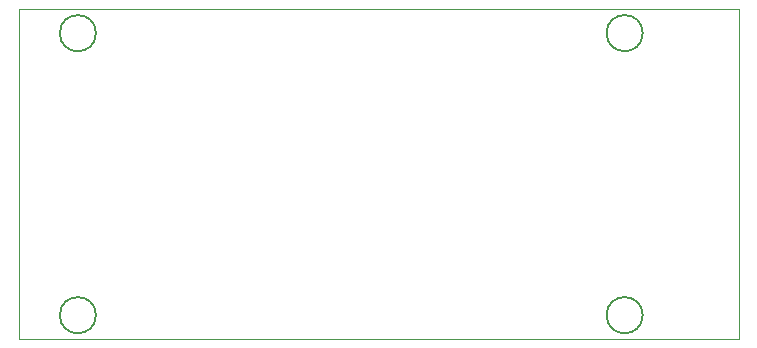
<source format=gbr>
%TF.GenerationSoftware,KiCad,Pcbnew,7.0.7*%
%TF.CreationDate,2023-09-17T21:28:58+02:00*%
%TF.ProjectId,PSACANBridgeHW_v12,50534143-414e-4427-9269-64676548575f,rev?*%
%TF.SameCoordinates,Original*%
%TF.FileFunction,Profile,NP*%
%FSLAX46Y46*%
G04 Gerber Fmt 4.6, Leading zero omitted, Abs format (unit mm)*
G04 Created by KiCad (PCBNEW 7.0.7) date 2023-09-17 21:28:58*
%MOMM*%
%LPD*%
G01*
G04 APERTURE LIST*
%TA.AperFunction,Profile*%
%ADD10C,0.150000*%
%TD*%
%TA.AperFunction,Profile*%
%ADD11C,0.100000*%
%TD*%
G04 APERTURE END LIST*
D10*
X123129283Y-141737282D02*
G75*
G03*
X123129283Y-141737282I-1529283J0D01*
G01*
X169423283Y-141737282D02*
G75*
G03*
X169423283Y-141737282I-1529283J0D01*
G01*
X169423283Y-117856000D02*
G75*
G03*
X169423283Y-117856000I-1529283J0D01*
G01*
D11*
X177546000Y-115824000D02*
X177546000Y-143764000D01*
X177546000Y-143764000D02*
X116586000Y-143764000D01*
X116586000Y-115824000D02*
X177546000Y-115824000D01*
D10*
X123129283Y-117861282D02*
G75*
G03*
X123129283Y-117861282I-1529283J0D01*
G01*
D11*
X116586000Y-143764000D02*
X116586000Y-115824000D01*
M02*

</source>
